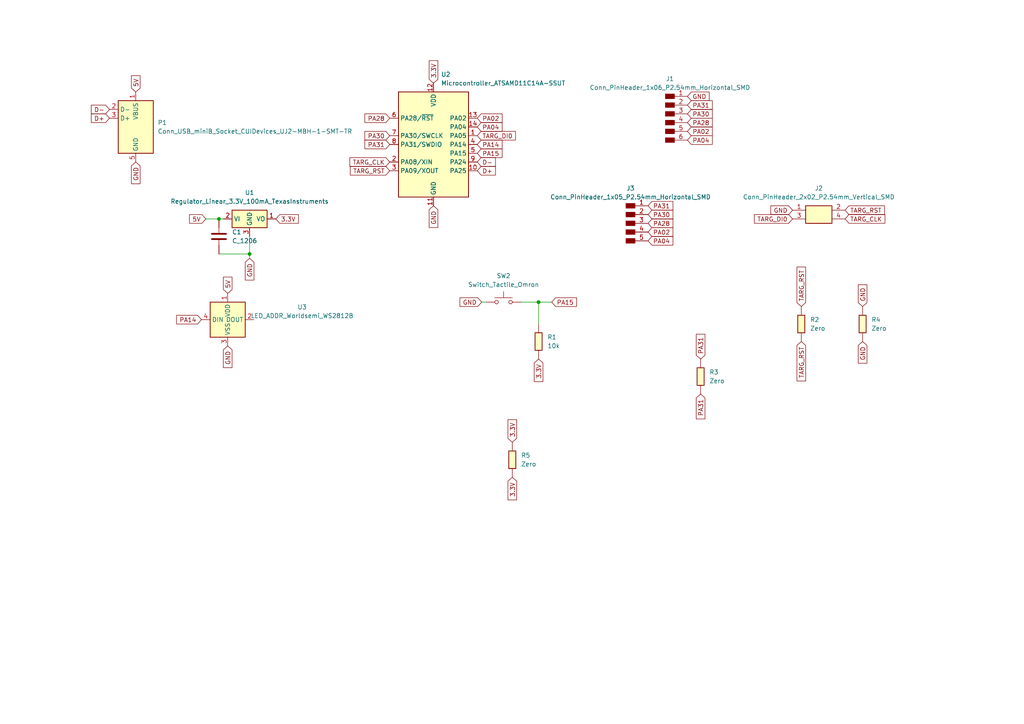
<source format=kicad_sch>
(kicad_sch (version 20231120) (generator "eeschema") (generator_version "8.0")
  (paper "A4")
  (title_block (title "AT Tiny Dev Board Fab Academy") (date "2024-03-15") (rev "ver 1.0"))
  (lib_symbols
    (symbol "fab:C_1206" (pin_numbers hide)
      (property "Reference" "C" (at 0.635 2.54 0))
      (property "Value" "C_1206" (at 0.635 -2.54 0))
      (symbol "C_1206_0_1"
        (polyline (pts (xy -2.032 -0.762) (xy 2.032 -0.762)) (stroke (width 0.508)))
        (polyline (pts (xy -2.032 0.762) (xy 2.032 0.762)) (stroke (width 0.508)))
        (polyline (pts (xy 0 -0.635) (xy 0 -2.54)))
        (polyline (pts (xy 0 0.635) (xy 0 2.54)))
      )
      (symbol "C_1206_1_1"
        (pin passive line (at 0 5.08 270) (length 2.54) (name "~") (number "1"))
        (pin passive line (at 0 -5.08 90) (length 2.54) (name "~") (number "2"))
      )
    )
    (symbol "fab:Conn_PinHeader_1x05_P2.54mm_Horizontal_SMD" (pin_names hide)
      (property "Reference" "J" (at 0 7.62 0))
      (property "Value" "Conn_PinHeader_1x05_P2.54mm_Horizontal_SMD" (at 0 -7.62 0))
      (symbol "Conn_PinHeader_1x05_P2.54mm_Horizontal_SMD_1_1"
        (rectangle (start -1.27 -4.445) (end 1.27 -5.715) (stroke (width 0.254)) (fill (type outline)))
        (rectangle (start -1.27 -1.905) (end 1.27 -3.175) (stroke (width 0.254)) (fill (type outline)))
        (rectangle (start -1.27 0.635) (end 1.27 -0.635) (stroke (width 0.254)) (fill (type outline)))
        (rectangle (start -1.27 3.175) (end 1.27 1.905) (stroke (width 0.254)) (fill (type outline)))
        (rectangle (start -1.27 5.715) (end 1.27 4.445) (stroke (width 0.254)) (fill (type outline)))
        (pin passive line (at 5.08 5.08 180) (length 3.81) (name "Pin_1") (number "1"))
        (pin passive line (at 5.08 2.54 180) (length 3.81) (name "Pin_2") (number "2"))
        (pin passive line (at 5.08 0 180) (length 3.81) (name "Pin_3") (number "3"))
        (pin passive line (at 5.08 -2.54 180) (length 3.81) (name "Pin_4") (number "4"))
        (pin passive line (at 5.08 -5.08 180) (length 3.81) (name "Pin_5") (number "5"))
      )
    )
    (symbol "fab:Conn_PinHeader_1x06_P2.54mm_Horizontal_SMD" (pin_names hide)
      (property "Reference" "J" (at 0 7.62 0))
      (property "Value" "Conn_PinHeader_1x06_P2.54mm_Horizontal_SMD" (at 0 -10.16 0))
      (symbol "Conn_PinHeader_1x06_P2.54mm_Horizontal_SMD_1_1"
        (rectangle (start -1.27 -6.985) (end 1.27 -8.255) (stroke (width 0.254)) (fill (type outline)))
        (rectangle (start -1.27 -4.445) (end 1.27 -5.715) (stroke (width 0.254)) (fill (type outline)))
        (rectangle (start -1.27 -1.905) (end 1.27 -3.175) (stroke (width 0.254)) (fill (type outline)))
        (rectangle (start -1.27 0.635) (end 1.27 -0.635) (stroke (width 0.254)) (fill (type outline)))
        (rectangle (start -1.27 3.175) (end 1.27 1.905) (stroke (width 0.254)) (fill (type outline)))
        (rectangle (start -1.27 5.715) (end 1.27 4.445) (stroke (width 0.254)) (fill (type outline)))
        (pin passive line (at 5.08 5.08 180) (length 3.81) (name "Pin_1") (number "1"))
        (pin passive line (at 5.08 2.54 180) (length 3.81) (name "Pin_2") (number "2"))
        (pin passive line (at 5.08 0 180) (length 3.81) (name "Pin_3") (number "3"))
        (pin passive line (at 5.08 -2.54 180) (length 3.81) (name "Pin_4") (number "4"))
        (pin passive line (at 5.08 -5.08 180) (length 3.81) (name "Pin_5") (number "5"))
        (pin passive line (at 5.08 -7.62 180) (length 3.81) (name "Pin_6") (number "6"))
      )
    )
    (symbol "fab:Conn_PinHeader_2x02_P2.54mm_Vertical_SMD" (pin_names hide)
      (property "Reference" "J" (at 0 3.81 0))
      (property "Value" "Conn_PinHeader_2x02_P2.54mm_Vertical_SMD" (at 0 -3.81 0))
      (symbol "Conn_PinHeader_2x02_P2.54mm_Vertical_SMD_1_1"
        (rectangle (start -3.81 2.54) (end 3.81 -2.54) (stroke (width 0.254)) (fill (type background)))
        (pin passive line (at -7.62 1.27 0) (length 3.81) (name "Pin_1") (number "1"))
        (pin passive line (at 7.62 1.27 180) (length 3.81) (name "Pin_2") (number "2"))
        (pin passive line (at -7.62 -1.27 0) (length 3.81) (name "Pin_3") (number "3"))
        (pin passive line (at 7.62 -1.27 180) (length 3.81) (name "Pin_4") (number "4"))
      )
    )
    (symbol "fab:Conn_USB_miniB_Socket_CUIDevices_UJ2-MBH-1-SMT-TR"
      (property "Reference" "P" (at -5.08 8.89 0))
      (property "Value" "Conn_USB_miniB_Socket_CUIDevices_UJ2-MBH-1-SMT-TR" (at 1.27 8.89 0))
      (symbol "Conn_USB_miniB_Socket_CUIDevices_UJ2-MBH-1-SMT-TR_0_1"
        (rectangle (start -5.08 7.62) (end 5.08 -7.62) (stroke (width 0.254)) (fill (type background)))
      )
      (symbol "Conn_USB_miniB_Socket_CUIDevices_UJ2-MBH-1-SMT-TR_1_1"
        (pin power_in line (at 0 10.16 270) (length 2.54) (name "VBUS") (number "1"))
        (pin bidirectional line (at -7.62 5.08 0) (length 2.54) (name "D-") (number "2"))
        (pin bidirectional line (at -7.62 2.54 0) (length 2.54) (name "D+") (number "3"))
        (pin no_connect line (at -7.62 -5.08 0) (length 2.54) hide (name "NC") (number "4"))
        (pin power_in line (at 0 -10.16 90) (length 2.54) (name "GND") (number "5"))
      )
    )
    (symbol "fab:LED_ADDR_Worldsemi_WS2812B"
      (property "Reference" "U" (at -5.08 5.715 0))
      (property "Value" "LED_ADDR_Worldsemi_WS2812B" (at 0.635 5.715 0))
      (symbol "LED_ADDR_Worldsemi_WS2812B_0_1"
        (rectangle (start -5.08 5.08) (end 5.08 -5.08) (stroke (width 0.254)) (fill (type background)))
      )
      (symbol "LED_ADDR_Worldsemi_WS2812B_1_1"
        (pin power_in line (at 0 7.62 270) (length 2.54) (name "VDD") (number "1"))
        (pin output line (at 7.62 0 180) (length 2.54) (name "DOUT") (number "2"))
        (pin power_in line (at 0 -7.62 90) (length 2.54) (name "VSS") (number "3"))
        (pin input line (at -7.62 0 0) (length 2.54) (name "DIN") (number "4"))
      )
    )
    (symbol "fab:Microcontroller_ATSAMD11C14A-SSUT"
      (property "Reference" "U" (at -10.16 16.51 0))
      (property "Value" "Microcontroller_ATSAMD11C14A-SSUT" (at 1.27 16.51 0))
      (symbol "Microcontroller_ATSAMD11C14A-SSUT_0_1"
        (rectangle (start -10.16 15.24) (end 10.16 -15.24) (stroke (width 0.254)) (fill (type background)))
      )
      (symbol "Microcontroller_ATSAMD11C14A-SSUT_1_1"
        (pin bidirectional line (at 12.7 2.54 180) (length 2.54) (name "PA05") (number "1"))
        (pin bidirectional line (at 12.7 -7.62 180) (length 2.54) (name "PA25") (number "10"))
        (pin power_in line (at 0 -17.78 90) (length 2.54) (name "GND") (number "11"))
        (pin power_in line (at 0 17.78 270) (length 2.54) (name "VDD") (number "12"))
        (pin bidirectional line (at 12.7 7.62 180) (length 2.54) (name "PA02") (number "13"))
        (pin bidirectional line (at 12.7 5.08 180) (length 2.54) (name "PA04") (number "14"))
        (pin bidirectional line (at -12.7 -5.08 0) (length 2.54) (name "PA08/XIN") (number "2"))
        (pin bidirectional line (at -12.7 -7.62 0) (length 2.54) (name "PA09/XOUT") (number "3"))
        (pin bidirectional line (at 12.7 0 180) (length 2.54) (name "PA14") (number "4"))
        (pin bidirectional line (at 12.7 -2.54 180) (length 2.54) (name "PA15") (number "5"))
        (pin bidirectional line (at -12.7 7.62 0) (length 2.54) (name "PA28/~{RST}") (number "6"))
        (pin bidirectional line (at -12.7 2.54 0) (length 2.54) (name "PA30/SWCLK") (number "7"))
        (pin bidirectional line (at -12.7 0 0) (length 2.54) (name "PA31/SWDIO") (number "8"))
        (pin bidirectional line (at 12.7 -5.08 180) (length 2.54) (name "PA24") (number "9"))
      )
    )
    (symbol "fab:R_1206" (pin_numbers hide) (pin_names (offset 0))
      (property "Reference" "R" (at 2.54 0 90))
      (property "Value" "R_1206" (at -2.54 0 90))
      (symbol "R_1206_0_1"
        (rectangle (start -1.016 -2.54) (end 1.016 2.54) (stroke (width 0.254)) (fill (type background)))
      )
      (symbol "R_1206_1_1"
        (pin passive line (at 0 5.08 270) (length 2.54) (name "~") (number "1"))
        (pin passive line (at 0 -5.08 90) (length 2.54) (name "~") (number "2"))
      )
    )
    (symbol "fab:Regulator_Linear_3.3V_100mA_TexasInstruments"
      (property "Reference" "U" (at -5.08 6.35 0))
      (property "Value" "Regulator_Linear_3.3V_100mA_TexasInstruments" (at -5.08 3.81 0))
      (symbol "Regulator_Linear_3.3V_100mA_TexasInstruments_0_1"
        (rectangle (start -5.08 2.54) (end 5.08 -2.54) (stroke (width 0.254)) (fill (type background)))
      )
      (symbol "Regulator_Linear_3.3V_100mA_TexasInstruments_1_1"
        (pin power_out line (at 7.62 0 180) (length 2.54) (name "VO") (number "1"))
        (pin power_in line (at -7.62 0 0) (length 2.54) (name "VI") (number "2"))
        (pin power_in line (at 0 -5.08 90) (length 2.54) (name "GND") (number "3"))
      )
    )
    (symbol "fab:Switch_Tactile_Omron" (pin_numbers hide) (pin_names (offset 1.016) hide)
      (property "Reference" "SW" (at 1.27 2.54 0))
      (property "Value" "Switch_Tactile_Omron" (at 0 -1.524 0))
      (symbol "Switch_Tactile_Omron_0_1"
        (circle (center -2.032 0) (radius 0.508))
        (polyline (pts (xy 0 1.27) (xy 0 3.048)))
        (polyline (pts (xy 2.54 1.27) (xy -2.54 1.27)))
        (circle (center 2.032 0) (radius 0.508))
        (pin passive line (at -5.08 0 0) (length 2.54) (name "1") (number "1"))
        (pin passive line (at 5.08 0 180) (length 2.54) (name "2") (number "2"))
      )
    )
  )
  (junction (at 156.21 87.63))
  (junction (at 72.39 73.66))
  (junction (at 63.5 63.5))
  (wire (pts (xy 156.21 87.63) (xy 156.21 93.98)))
  (wire (pts (xy 72.39 68.58) (xy 72.39 73.66)))
  (wire (pts (xy 139.7 87.63) (xy 140.97 87.63)))
  (wire (pts (xy 72.39 73.66) (xy 72.39 74.93)))
  (wire (pts (xy 59.69 63.5) (xy 63.5 63.5)))
  (wire (pts (xy 151.13 87.63) (xy 156.21 87.63)))
  (wire (pts (xy 156.21 87.63) (xy 160.02 87.63)))
  (wire (pts (xy 63.5 63.5) (xy 64.77 63.5)))
  (wire (pts (xy 63.5 73.66) (xy 72.39 73.66)))
  (global_label "GND" (shape input) (at 66.04 100.33 270) (property "Intersheetrefs" "${INTERSHEET_REFS}" (effects (hide yes))))
  (global_label "5V" (shape input) (at 59.69 63.5 180) (property "Intersheetrefs" "${INTERSHEET_REFS}" (effects (hide yes))))
  (global_label "3.3V" (shape input) (at 156.21 104.14 270) (property "Intersheetrefs" "${INTERSHEET_REFS}" (effects (hide yes))))
  (global_label "GND" (shape input) (at 199.39 27.94 0) (property "Intersheetrefs" "${INTERSHEET_REFS}" (effects (hide yes))))
  (global_label "TARG_DI0" (shape input) (at 138.43 39.37 0) (property "Intersheetrefs" "${INTERSHEET_REFS}" (effects (hide yes))))
  (global_label "PA04" (shape input) (at 199.39 40.64 0) (property "Intersheetrefs" "${INTERSHEET_REFS}" (effects (hide yes))))
  (global_label "PA14" (shape input) (at 58.42 92.71 180) (property "Intersheetrefs" "${INTERSHEET_REFS}" (effects (hide yes))))
  (global_label "GND" (shape input) (at 229.87 60.96 180) (property "Intersheetrefs" "${INTERSHEET_REFS}" (effects (hide yes))))
  (global_label "3.3V" (shape input) (at 148.59 138.43 270) (property "Intersheetrefs" "${INTERSHEET_REFS}" (effects (hide yes))))
  (global_label "GND" (shape input) (at 39.37 46.99 270) (property "Intersheetrefs" "${INTERSHEET_REFS}" (effects (hide yes))))
  (global_label "PA31" (shape input) (at 203.2 104.14 90) (property "Intersheetrefs" "${INTERSHEET_REFS}" (effects (hide yes))))
  (global_label "PA02" (shape input) (at 199.39 38.1 0) (property "Intersheetrefs" "${INTERSHEET_REFS}" (effects (hide yes))))
  (global_label "PA31" (shape input) (at 113.03 41.91 180) (property "Intersheetrefs" "${INTERSHEET_REFS}" (effects (hide yes))))
  (global_label "GND" (shape input) (at 125.73 59.69 270) (property "Intersheetrefs" "${INTERSHEET_REFS}" (effects (hide yes))))
  (global_label "GND" (shape input) (at 139.7 87.63 180) (property "Intersheetrefs" "${INTERSHEET_REFS}" (effects (hide yes))))
  (global_label "5V" (shape input) (at 39.37 26.67 90) (property "Intersheetrefs" "${INTERSHEET_REFS}" (effects (hide yes))))
  (global_label "5V" (shape input) (at 66.04 85.09 90) (property "Intersheetrefs" "${INTERSHEET_REFS}" (effects (hide yes))))
  (global_label "PA15" (shape input) (at 138.43 44.45 0) (property "Intersheetrefs" "${INTERSHEET_REFS}" (effects (hide yes))))
  (global_label "D-" (shape input) (at 138.43 46.99 0) (property "Intersheetrefs" "${INTERSHEET_REFS}" (effects (hide yes))))
  (global_label "PA15" (shape input) (at 160.02 87.63 0) (property "Intersheetrefs" "${INTERSHEET_REFS}" (effects (hide yes))))
  (global_label "TARG_RST" (shape input) (at 232.41 99.06 270) (property "Intersheetrefs" "${INTERSHEET_REFS}" (effects (hide yes))))
  (global_label "D-" (shape input) (at 31.75 31.75 180) (property "Intersheetrefs" "${INTERSHEET_REFS}" (effects (hide yes))))
  (global_label "PA30" (shape input) (at 187.96 62.23 0) (property "Intersheetrefs" "${INTERSHEET_REFS}" (effects (hide yes))))
  (global_label "TARG_CLK" (shape input) (at 245.11 63.5 0) (property "Intersheetrefs" "${INTERSHEET_REFS}" (effects (hide yes))))
  (global_label "GND" (shape input) (at 250.19 99.06 270) (property "Intersheetrefs" "${INTERSHEET_REFS}" (effects (hide yes))))
  (global_label "TARG_CLK" (shape input) (at 113.03 46.99 180) (property "Intersheetrefs" "${INTERSHEET_REFS}" (effects (hide yes))))
  (global_label "GND" (shape input) (at 72.39 74.93 270) (property "Intersheetrefs" "${INTERSHEET_REFS}" (effects (hide yes))))
  (global_label "PA02" (shape input) (at 187.96 67.31 0) (property "Intersheetrefs" "${INTERSHEET_REFS}" (effects (hide yes))))
  (global_label "PA28" (shape input) (at 187.96 64.77 0) (property "Intersheetrefs" "${INTERSHEET_REFS}" (effects (hide yes))))
  (global_label "PA02" (shape input) (at 138.43 34.29 0) (property "Intersheetrefs" "${INTERSHEET_REFS}" (effects (hide yes))))
  (global_label "D+" (shape input) (at 31.75 34.29 180) (property "Intersheetrefs" "${INTERSHEET_REFS}" (effects (hide yes))))
  (global_label "TARG_RST" (shape input) (at 245.11 60.96 0) (property "Intersheetrefs" "${INTERSHEET_REFS}" (effects (hide yes))))
  (global_label "3.3V" (shape input) (at 80.01 63.5 0) (property "Intersheetrefs" "${INTERSHEET_REFS}" (effects (hide yes))))
  (global_label "TARG_RST" (shape input) (at 232.41 88.9 90) (property "Intersheetrefs" "${INTERSHEET_REFS}" (effects (hide yes))))
  (global_label "PA28" (shape input) (at 113.03 34.29 180) (property "Intersheetrefs" "${INTERSHEET_REFS}" (effects (hide yes))))
  (global_label "GND" (shape input) (at 250.19 88.9 90) (property "Intersheetrefs" "${INTERSHEET_REFS}" (effects (hide yes))))
  (global_label "D+" (shape input) (at 138.43 49.53 0) (property "Intersheetrefs" "${INTERSHEET_REFS}" (effects (hide yes))))
  (global_label "PA31" (shape input) (at 203.2 114.3 270) (property "Intersheetrefs" "${INTERSHEET_REFS}" (effects (hide yes))))
  (global_label "PA31" (shape input) (at 199.39 30.48 0) (property "Intersheetrefs" "${INTERSHEET_REFS}" (effects (hide yes))))
  (global_label "PA31" (shape input) (at 187.96 59.69 0) (property "Intersheetrefs" "${INTERSHEET_REFS}" (effects (hide yes))))
  (global_label "PA04" (shape input) (at 187.96 69.85 0) (property "Intersheetrefs" "${INTERSHEET_REFS}" (effects (hide yes))))
  (global_label "PA04" (shape input) (at 138.43 36.83 0) (property "Intersheetrefs" "${INTERSHEET_REFS}" (effects (hide yes))))
  (global_label "3.3V" (shape input) (at 125.73 24.13 90) (property "Intersheetrefs" "${INTERSHEET_REFS}" (effects (hide yes))))
  (global_label "PA30" (shape input) (at 113.03 39.37 180) (property "Intersheetrefs" "${INTERSHEET_REFS}" (effects (hide yes))))
  (global_label "PA30" (shape input) (at 199.39 33.02 0) (property "Intersheetrefs" "${INTERSHEET_REFS}" (effects (hide yes))))
  (global_label "TARG_RST" (shape input) (at 113.03 49.53 180) (property "Intersheetrefs" "${INTERSHEET_REFS}" (effects (hide yes))))
  (global_label "3.3V" (shape input) (at 148.59 128.27 90) (property "Intersheetrefs" "${INTERSHEET_REFS}" (effects (hide yes))))
  (global_label "PA14" (shape input) (at 138.43 41.91 0) (property "Intersheetrefs" "${INTERSHEET_REFS}" (effects (hide yes))))
  (global_label "TARG_DI0" (shape input) (at 229.87 63.5 180) (property "Intersheetrefs" "${INTERSHEET_REFS}" (effects (hide yes))))
  (global_label "PA28" (shape input) (at 199.39 35.56 0) (property "Intersheetrefs" "${INTERSHEET_REFS}" (effects (hide yes))))
  (symbol (lib_id "fab:R_1206") (at 203.2 109.22 0) (unit 1)
    (property "Reference" "R3" (at 205.74 107.9499 0) (effects (justify left)))
    (property "Value" "Zero" (at 205.74 110.4899 0) (effects (justify left)))
    (property "Footprint" "fab:R_1206" (effects (hide yes)))
    (property "Description" "Resistor" (effects (hide yes)))
  )
  (symbol (lib_id "fab:Conn_PinHeader_1x06_P2.54mm_Horizontal_SMD") (at 194.31 33.02 0) (unit 1)
    (property "Reference" "J1" (at 194.31 22.86 0))
    (property "Value" "Conn_PinHeader_1x06_P2.54mm_Horizontal_SMD" (at 194.31 25.4 0))
    (property "Footprint" "fab:PinHeader_1x06_P2.54mm_Horizontal_SMD" (effects (hide yes)))
    (property "Datasheet" "https://gct.co/files/specs/2.54mm-socket-spec.pdf" (effects (hide yes)))
    (property "Description" "Male connector, single row" (effects (hide yes)))
  )
  (symbol (lib_id "fab:LED_ADDR_Worldsemi_WS2812B") (at 66.04 92.71 0) (unit 1)
    (property "Reference" "U3" (at 87.63 89.062 0))
    (property "Value" "LED_ADDR_Worldsemi_WS2812B" (at 87.63 91.602 0))
    (property "Footprint" "fab:LED_ADDR_Worldsemi_WS2812B" (effects (hide yes)))
    (property "Datasheet" "http://cdn.sparkfun.com/datasheets/BreakoutBoards/WS2812B.pdf" (effects (hide yes)))
    (property "Description" "Worldsemi WS2812B, Adafruit Industries LLC ADDRESS LED SERIAL RGB 100PK" (effects (hide yes)))
  )
  (symbol (lib_id "fab:R_1206") (at 232.41 93.98 0) (unit 1)
    (property "Reference" "R2" (at 234.95 92.7099 0) (effects (justify left)))
    (property "Value" "Zero" (at 234.95 95.2499 0) (effects (justify left)))
    (property "Footprint" "fab:R_1206" (effects (hide yes)))
    (property "Description" "Resistor" (effects (hide yes)))
  )
  (symbol (lib_id "fab:Switch_Tactile_Omron") (at 146.05 87.63 0) (unit 1)
    (property "Reference" "SW2" (at 146.05 80.01 0))
    (property "Value" "Switch_Tactile_Omron" (at 146.05 82.55 0))
    (property "Footprint" "fab:Button_Omron_B3SN_6.0x6.0mm" (effects (hide yes)))
    (property "Datasheet" "https://omronfs.omron.com/en_US/ecb/products/pdf/en-b3sn.pdf" (effects (hide yes)))
    (property "Description" "Push button switch, Omron, B3SN, Sealed Tactile Switch (SMT), SPST-NO Top Actuated Surface Mount" (effects (hide yes)))
  )
  (symbol (lib_id "fab:Conn_PinHeader_2x02_P2.54mm_Vertical_SMD") (at 237.49 62.23 0) (unit 1)
    (property "Reference" "J2" (at 237.49 54.61 0))
    (property "Value" "Conn_PinHeader_2x02_P2.54mm_Vertical_SMD" (at 237.49 57.15 0))
    (property "Footprint" "fab:PinHeader_2x02_P2.54mm_Vertical_SMD" (effects (hide yes)))
    (property "Datasheet" "https://cdn.amphenol-icc.com/media/wysiwyg/files/drawing/95278.pdf" (effects (hide yes)))
    (property "Description" "Connector Header Surface Mount 4 position 0.100\" (2.54mm)" (effects (hide yes)))
  )
  (symbol (lib_id "fab:R_1206") (at 156.21 99.06 180) (unit 1)
    (property "Reference" "R1" (at 158.75 97.7899 0) (effects (justify right)))
    (property "Value" "10k" (at 158.75 100.3299 0) (effects (justify right)))
    (property "Footprint" "fab:R_1206" (effects (hide yes)))
    (property "Description" "Resistor" (effects (hide yes)))
  )
  (symbol (lib_id "fab:C_1206") (at 63.5 68.58 0) (unit 1)
    (property "Reference" "C1" (at 67.31 67.3099 0) (effects (justify left)))
    (property "Value" "C_1206" (at 67.31 69.8499 0) (effects (justify left)))
    (property "Footprint" "fab:C_1206" (effects (hide yes)))
    (property "Datasheet" "https://www.yageo.com/upload/media/product/productsearch/datasheet/mlcc/UPY-GP_NP0_16V-to-50V_18.pdf" (effects (hide yes)))
    (property "Description" "Unpolarized capacitor, SMD, 1206" (effects (hide yes)))
  )
  (symbol (lib_id "fab:R_1206") (at 250.19 93.98 0) (unit 1)
    (property "Reference" "R4" (at 252.73 92.7099 0) (effects (justify left)))
    (property "Value" "Zero" (at 252.73 95.2499 0) (effects (justify left)))
    (property "Footprint" "fab:R_1206" (effects (hide yes)))
    (property "Description" "Resistor" (effects (hide yes)))
  )
  (symbol (lib_id "fab:Regulator_Linear_3.3V_100mA_TexasInstruments") (at 72.39 63.5 0) (unit 1)
    (property "Reference" "U1" (at 72.39 55.88 0))
    (property "Value" "Regulator_Linear_3.3V_100mA_TexasInstruments" (at 72.39 58.42 0))
    (property "Footprint" "fab:SOT-23-3" (effects (hide yes)))
    (property "Datasheet" "https://www.ti.com/lit/ds/symlink/lm3480.pdf" (effects (hide yes)))
    (property "Description" "3.3V 100mA LDO Voltage Regulator,  positive fixed output, Texas Instruments, SOT-23-3 package" (effects (hide yes)))
  )
  (symbol (lib_id "fab:R_1206") (at 148.59 133.35 0) (unit 1)
    (property "Reference" "R5" (at 151.13 132.0799 0) (effects (justify left)))
    (property "Value" "Zero" (at 151.13 134.6199 0) (effects (justify left)))
    (property "Footprint" "fab:R_1206" (effects (hide yes)))
    (property "Description" "Resistor" (effects (hide yes)))
  )
  (symbol (lib_id "fab:Microcontroller_ATSAMD11C14A-SSUT") (at 125.73 41.91 0) (unit 1)
    (property "Reference" "U2" (at 127.9241 21.59 0) (effects (justify left)))
    (property "Value" "Microcontroller_ATSAMD11C14A-SSUT" (at 127.9241 24.13 0) (effects (justify left)))
    (property "Footprint" "fab:SOIC-14_3.9x8.7mm_P1.27mm" (effects (hide yes)))
    (property "Datasheet" "https://ww1.microchip.com/downloads/en/DeviceDoc/Atmel-42363-SAM-D11_Datasheet.pdf" (effects (hide yes)))
    (property "Description" "IC MCU 32BIT 16KB FLASH 14SOIC" (effects (hide yes)))
  )
  (symbol (lib_id "fab:Conn_USB_miniB_Socket_CUIDevices_UJ2-MBH-1-SMT-TR") (at 39.37 36.83 0) (unit 1)
    (property "Reference" "P1" (at 45.72 35.5599 0) (effects (justify left)))
    (property "Value" "Conn_USB_miniB_Socket_CUIDevices_UJ2-MBH-1-SMT-TR" (at 45.72 38.0999 0) (effects (justify left)))
    (property "Footprint" "fab:Conn_USB_miniB_Socket_CUIDevices_UJ2-MBH-1-SMT-TR" (effects (hide yes)))
    (property "Datasheet" "https://www.cuidevices.com/product/resource/uj2-mbh-smt.pdf" (effects (hide yes)))
    (property "Description" "CONN RCPT USB2.0 MINI B SMD R/A" (effects (hide yes)))
  )
  (symbol (lib_id "fab:Conn_PinHeader_1x05_P2.54mm_Horizontal_SMD") (at 182.88 64.77 0) (unit 1)
    (property "Reference" "J3" (at 182.88 54.61 0))
    (property "Value" "Conn_PinHeader_1x05_P2.54mm_Horizontal_SMD" (at 182.88 57.15 0))
    (property "Footprint" "fab:PinHeader_1x05_P2.54mm_Horizontal_SMD" (effects (hide yes)))
    (property "Description" "Male connector, single row" (effects (hide yes)))
  )
)
</source>
